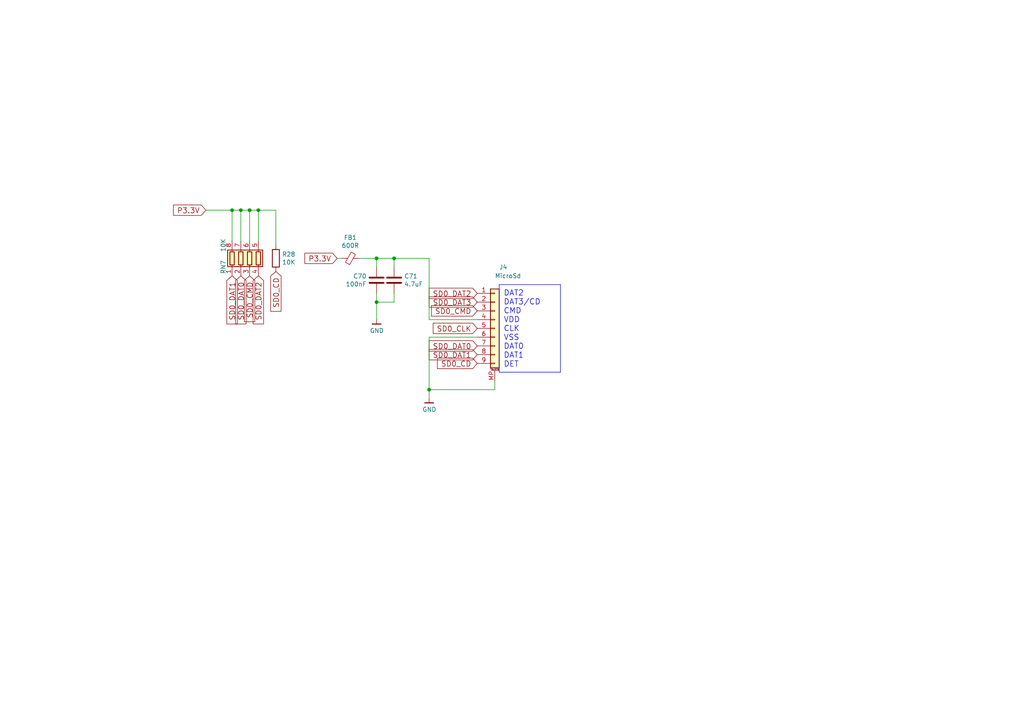
<source format=kicad_sch>
(kicad_sch (version 20231120) (generator "eeschema") (generator_version "8.0")
  (paper "A4")
  (title_block (date "2024-04-20"))
  (lib_symbols
    (symbol "Connector_Generic_MountingPin:Conn_01x09_MountingPin" (pin_names (offset 1.016) hide)
      (property "Reference" "J" (at 0 12.7 0))
      (property "Value" "Conn_01x09_MountingPin" (at 1.27 -12.7 0))
      (symbol "Conn_01x09_MountingPin_1_1"
        (rectangle (start -1.27 -10.033) (end 0 -10.287) (stroke (width 0.1524)))
        (rectangle (start -1.27 -7.493) (end 0 -7.747) (stroke (width 0.1524)))
        (rectangle (start -1.27 -4.953) (end 0 -5.207) (stroke (width 0.1524)))
        (rectangle (start -1.27 -2.413) (end 0 -2.667) (stroke (width 0.1524)))
        (rectangle (start -1.27 0.127) (end 0 -0.127) (stroke (width 0.1524)))
        (rectangle (start -1.27 2.667) (end 0 2.413) (stroke (width 0.1524)))
        (rectangle (start -1.27 5.207) (end 0 4.953) (stroke (width 0.1524)))
        (rectangle (start -1.27 7.747) (end 0 7.493) (stroke (width 0.1524)))
        (rectangle (start -1.27 10.287) (end 0 10.033) (stroke (width 0.1524)))
        (rectangle (start -1.27 11.43) (end 1.27 -11.43) (stroke (width 0.254)) (fill (type background)))
        (polyline (pts (xy -1.016 -12.192) (xy 1.016 -12.192)) (stroke (width 0.1524)))
        (text "Mounting" (at 0 -11.811 0) (effects (font (size 0.381 0.381))))
        (pin passive line (at -5.08 10.16 0) (length 3.81) (name "Pin_1") (number "1"))
        (pin passive line (at -5.08 7.62 0) (length 3.81) (name "Pin_2") (number "2"))
        (pin passive line (at -5.08 5.08 0) (length 3.81) (name "Pin_3") (number "3"))
        (pin passive line (at -5.08 2.54 0) (length 3.81) (name "Pin_4") (number "4"))
        (pin passive line (at -5.08 0 0) (length 3.81) (name "Pin_5") (number "5"))
        (pin passive line (at -5.08 -2.54 0) (length 3.81) (name "Pin_6") (number "6"))
        (pin passive line (at -5.08 -5.08 0) (length 3.81) (name "Pin_7") (number "7"))
        (pin passive line (at -5.08 -7.62 0) (length 3.81) (name "Pin_8") (number "8"))
        (pin passive line (at -5.08 -10.16 0) (length 3.81) (name "Pin_9") (number "9"))
        (pin passive line (at 0 -15.24 90) (length 3.048) (name "MountPin") (number "MP"))
      )
    )
    (symbol "Device:C" (pin_numbers hide) (pin_names (offset 0.254))
      (property "Reference" "C" (at 0.635 2.54 0))
      (property "Value" "C" (at 0.635 -2.54 0))
      (symbol "C_0_1"
        (polyline (pts (xy -2.032 -0.762) (xy 2.032 -0.762)) (stroke (width 0.508)))
        (polyline (pts (xy -2.032 0.762) (xy 2.032 0.762)) (stroke (width 0.508)))
      )
      (symbol "C_1_1"
        (pin passive line (at 0 3.81 270) (length 2.794) (name "~") (number "1"))
        (pin passive line (at 0 -3.81 90) (length 2.794) (name "~") (number "2"))
      )
    )
    (symbol "Device:R" (pin_numbers hide) (pin_names (offset 0))
      (property "Reference" "R" (at 2.032 0 90))
      (property "Value" "R" (at 0 0 90))
      (symbol "R_0_1"
        (rectangle (start -1.016 -2.54) (end 1.016 2.54) (stroke (width 0.254)))
      )
      (symbol "R_1_1"
        (pin passive line (at 0 3.81 270) (length 1.27) (name "~") (number "1"))
        (pin passive line (at 0 -3.81 90) (length 1.27) (name "~") (number "2"))
      )
    )
    (symbol "Device:R_Pack04" (pin_names (offset 0) hide)
      (property "Reference" "RN" (at -7.62 0 90))
      (property "Value" "R_Pack04" (at 5.08 0 90))
      (symbol "R_Pack04_0_1"
        (rectangle (start -6.35 -2.413) (end 3.81 2.413) (stroke (width 0.254)) (fill (type background)))
        (rectangle (start -5.715 1.905) (end -4.445 -1.905) (stroke (width 0.254)))
        (rectangle (start -3.175 1.905) (end -1.905 -1.905) (stroke (width 0.254)))
        (rectangle (start -0.635 1.905) (end 0.635 -1.905) (stroke (width 0.254)))
        (polyline (pts (xy -5.08 -2.54) (xy -5.08 -1.905)))
        (polyline (pts (xy -5.08 1.905) (xy -5.08 2.54)))
        (polyline (pts (xy -2.54 -2.54) (xy -2.54 -1.905)))
        (polyline (pts (xy -2.54 1.905) (xy -2.54 2.54)))
        (polyline (pts (xy 0 -2.54) (xy 0 -1.905)))
        (polyline (pts (xy 0 1.905) (xy 0 2.54)))
        (polyline (pts (xy 2.54 -2.54) (xy 2.54 -1.905)))
        (polyline (pts (xy 2.54 1.905) (xy 2.54 2.54)))
        (rectangle (start 1.905 1.905) (end 3.175 -1.905) (stroke (width 0.254)))
      )
      (symbol "R_Pack04_1_1"
        (pin passive line (at -5.08 -5.08 90) (length 2.54) (name "R1.1") (number "1"))
        (pin passive line (at -2.54 -5.08 90) (length 2.54) (name "R2.1") (number "2"))
        (pin passive line (at 0 -5.08 90) (length 2.54) (name "R3.1") (number "3"))
        (pin passive line (at 2.54 -5.08 90) (length 2.54) (name "R4.1") (number "4"))
        (pin passive line (at 2.54 5.08 270) (length 2.54) (name "R4.2") (number "5"))
        (pin passive line (at 0 5.08 270) (length 2.54) (name "R3.2") (number "6"))
        (pin passive line (at -2.54 5.08 270) (length 2.54) (name "R2.2") (number "7"))
        (pin passive line (at -5.08 5.08 270) (length 2.54) (name "R1.2") (number "8"))
      )
    )
    (symbol "OrangeCrab-rescue:Ferrite_Bead_Small-Device" (pin_numbers hide) (pin_names (offset 0))
      (property "Reference" "FB" (at 1.905 1.27 0))
      (property "Value" "Device_Ferrite_Bead_Small" (at 1.905 -1.27 0))
      (symbol "Ferrite_Bead_Small-Device_0_1"
        (polyline (pts (xy 0 -1.27) (xy 0 -0.7874)))
        (polyline (pts (xy 0 0.889) (xy 0 1.2954)))
        (polyline (pts (xy -1.8288 0.2794) (xy -1.1176 1.4986) (xy 1.8288 -0.2032) (xy 1.1176 -1.4224) (xy -1.8288 0.2794)))
      )
      (symbol "Ferrite_Bead_Small-Device_1_1"
        (pin passive line (at 0 2.54 270) (length 1.27) (name "~") (number "1"))
        (pin passive line (at 0 -2.54 90) (length 1.27) (name "~") (number "2"))
      )
    )
    (symbol "OrangeCrab-rescue:GND-gkl_power" (power) (pin_names (offset 0))
      (property "Value" "GND-gkl_power" (at 0 -2.54 0))
      (symbol "GND-gkl_power_0_1"
        (polyline (pts (xy 0 -1.27) (xy 0 0)))
        (polyline (pts (xy 1.27 -1.27) (xy -1.27 -1.27)) (stroke (width 0.3048)))
      )
      (symbol "GND-gkl_power_1_1"
        (pin power_in line (at 0 0 270) (length 0) hide (name "GND") (number "1"))
      )
    )
  )
  (junction (at 69.85 60.96))
  (junction (at 109.22 74.93))
  (junction (at 72.39 60.96))
  (junction (at 74.93 60.96))
  (junction (at 114.3 74.93))
  (junction (at 109.22 87.63))
  (junction (at 124.46 113.03))
  (junction (at 67.31 60.96))
  (wire (pts (xy 80.01 60.96) (xy 80.01 71.12)))
  (wire (pts (xy 109.22 85.09) (xy 109.22 87.63)))
  (wire (pts (xy 124.46 113.03) (xy 124.46 115.57)))
  (polyline (pts (xy 144.78 82.55) (xy 162.56 82.55)))
  (wire (pts (xy 124.46 74.93) (xy 124.46 92.71)))
  (polyline (pts (xy 144.78 82.55) (xy 144.78 107.95)))
  (wire (pts (xy 74.93 60.96) (xy 80.01 60.96)))
  (wire (pts (xy 67.31 60.96) (xy 67.31 69.85)))
  (polyline (pts (xy 162.56 82.55) (xy 162.56 107.95)))
  (polyline (pts (xy 144.78 107.95) (xy 162.56 107.95)))
  (wire (pts (xy 67.31 60.96) (xy 69.85 60.96)))
  (wire (pts (xy 143.51 113.03) (xy 124.46 113.03)))
  (wire (pts (xy 99.06 74.93) (xy 97.79 74.93)))
  (wire (pts (xy 69.85 60.96) (xy 69.85 69.85)))
  (wire (pts (xy 69.85 60.96) (xy 72.39 60.96)))
  (wire (pts (xy 143.51 110.49) (xy 143.51 113.03)))
  (wire (pts (xy 104.14 74.93) (xy 109.22 74.93)))
  (wire (pts (xy 109.22 87.63) (xy 109.22 92.71)))
  (wire (pts (xy 72.39 60.96) (xy 72.39 69.85)))
  (wire (pts (xy 59.69 60.96) (xy 67.31 60.96)))
  (wire (pts (xy 109.22 77.47) (xy 109.22 74.93)))
  (wire (pts (xy 124.46 97.79) (xy 124.46 113.03)))
  (wire (pts (xy 109.22 74.93) (xy 114.3 74.93)))
  (wire (pts (xy 72.39 60.96) (xy 74.93 60.96)))
  (wire (pts (xy 74.93 60.96) (xy 74.93 69.85)))
  (wire (pts (xy 114.3 85.09) (xy 114.3 87.63)))
  (wire (pts (xy 114.3 77.47) (xy 114.3 74.93)))
  (wire (pts (xy 114.3 74.93) (xy 124.46 74.93)))
  (wire (pts (xy 114.3 87.63) (xy 109.22 87.63)))
  (wire (pts (xy 138.43 92.71) (xy 124.46 92.71)))
  (wire (pts (xy 138.43 97.79) (xy 124.46 97.79)))
  (text "DAT2\nDAT3/CD\nCMD\nVDD\nCLK\nVSS\nDAT0\nDAT1\nDET" (at 146.05 106.68 0) (effects (font (size 1.6002 1.6002)) (justify left bottom)))
  (global_label "SD0_DAT3" (shape input) (at 138.43 87.63 180) (effects (font (size 1.524 1.524))) (property "Intersheetrefs" "${INTERSHEET_REFS}" (effects (hide yes))))
  (global_label "SD0_CLK" (shape input) (at 138.43 95.25 180) (effects (font (size 1.524 1.524))) (property "Intersheetrefs" "${INTERSHEET_REFS}" (effects (hide yes))))
  (global_label "SD0_DAT1" (shape input) (at 138.43 102.87 180) (effects (font (size 1.524 1.524))) (property "Intersheetrefs" "${INTERSHEET_REFS}" (effects (hide yes))))
  (global_label "SD0_DAT0" (shape input) (at 69.85 80.01 270) (effects (font (size 1.524 1.524))) (property "Intersheetrefs" "${INTERSHEET_REFS}" (effects (hide yes))))
  (global_label "SD0_CD" (shape input) (at 80.01 78.74 270) (effects (font (size 1.524 1.524))) (property "Intersheetrefs" "${INTERSHEET_REFS}" (effects (hide yes))))
  (global_label "SD0_CMD" (shape input) (at 72.39 80.01 270) (effects (font (size 1.524 1.524))) (property "Intersheetrefs" "${INTERSHEET_REFS}" (effects (hide yes))))
  (global_label "SD0_DAT0" (shape input) (at 138.43 100.33 180) (effects (font (size 1.524 1.524))) (property "Intersheetrefs" "${INTERSHEET_REFS}" (effects (hide yes))))
  (global_label "SD0_DAT2" (shape input) (at 74.93 80.01 270) (effects (font (size 1.524 1.524))) (property "Intersheetrefs" "${INTERSHEET_REFS}" (effects (hide yes))))
  (global_label "SD0_CD" (shape input) (at 138.43 105.41 180) (effects (font (size 1.524 1.524))) (property "Intersheetrefs" "${INTERSHEET_REFS}" (effects (hide yes))))
  (global_label "P3.3V" (shape input) (at 59.69 60.96 180) (effects (font (size 1.524 1.524))) (property "Intersheetrefs" "${INTERSHEET_REFS}" (effects (hide yes))))
  (global_label "SD0_CMD" (shape input) (at 138.43 90.17 180) (effects (font (size 1.524 1.524))) (property "Intersheetrefs" "${INTERSHEET_REFS}" (effects (hide yes))))
  (global_label "P3.3V" (shape input) (at 97.79 74.93 180) (effects (font (size 1.524 1.524))) (property "Intersheetrefs" "${INTERSHEET_REFS}" (effects (hide yes))))
  (global_label "SD0_DAT2" (shape input) (at 138.43 85.09 180) (effects (font (size 1.524 1.524))) (property "Intersheetrefs" "${INTERSHEET_REFS}" (effects (hide yes))))
  (global_label "SD0_DAT1" (shape input) (at 67.31 80.01 270) (effects (font (size 1.524 1.524))) (property "Intersheetrefs" "${INTERSHEET_REFS}" (effects (hide yes))))
  (symbol (lib_id "OrangeCrab-rescue:GND-gkl_power") (at 124.46 115.57 0) (unit 1)
    (property "Reference" "#PWR050" (effects (hide yes)))
    (property "Value" "GND" (at 124.5362 118.7704 0))
  )
  (symbol (lib_id "Device:R_Pack04") (at 72.39 74.93 0) (unit 1)
    (property "Reference" "RN7" (at 64.77 77.47 90))
    (property "Value" "10K" (at 64.77 71.12 90))
    (property "Footprint" "Resistor_SMD:R_Array_Convex_4x0402" (effects (hide yes)))
    (property "PN" "YC124-JR-0710KL" (effects (hide yes)))
    (property "Mfg" "YAGEO" (effects (hide yes)))
  )
  (symbol (lib_id "Device:R") (at 80.01 74.93 0) (unit 1)
    (property "Reference" "R28" (at 81.788 73.7616 0) (effects (justify left)))
    (property "Value" "10K" (at 81.788 76.073 0) (effects (justify left)))
    (property "Footprint" "Resistor_SMD:R_0201_0603Metric" (effects (hide yes)))
    (property "Mfg" "‎Yageo‎" (effects (hide yes)))
    (property "PN" "RC0201FR-0710KL" (effects (hide yes)))
  )
  (symbol (lib_id "Connector_Generic_MountingPin:Conn_01x09_MountingPin") (at 143.51 95.25 0) (unit 1)
    (property "Reference" "J4" (at 144.78 77.47 0) (effects (justify left)))
    (property "Value" "MicroSd" (at 143.51 80.01 0) (effects (justify left)))
    (property "Footprint" "Connector_Card:microSD_HC_Molex_104031-0811" (effects (hide yes)))
  )
  (symbol (lib_id "OrangeCrab-rescue:Ferrite_Bead_Small-Device") (at 101.6 74.93 270) (unit 1)
    (property "Reference" "FB1" (at 101.6 68.9102 90))
    (property "Value" "600R" (at 101.6 71.2216 90))
    (property "Footprint" "Inductor_SMD:L_0402_1005Metric" (effects (hide yes)))
    (property "Mfg" "Murata Electronics North America" (effects (hide yes)))
    (property "PN" "BLM15AG601SN1D" (effects (hide yes)))
  )
  (symbol (lib_id "Device:C") (at 114.3 81.28 0) (unit 1)
    (property "Reference" "C71" (at 117.221 80.1116 0) (effects (justify left)))
    (property "Value" "4.7uF" (at 117.221 82.423 0) (effects (justify left)))
    (property "Footprint" "Capacitor_SMD:C_0603_1608Metric" (effects (hide yes)))
    (property "Mfg" "Samsung Electro-Mechanics" (effects (hide yes)))
    (property "PN" "CL10A475KP8NNNC" (effects (hide yes)))
  )
  (symbol (lib_id "Device:C") (at 109.22 81.28 0) (mirror x) (unit 1)
    (property "Reference" "C70" (at 106.3244 80.1116 0) (effects (justify right)))
    (property "Value" "100nF" (at 106.3244 82.423 0) (effects (justify right)))
    (property "Footprint" "Capacitor_SMD:C_0201_0603Metric" (effects (hide yes)))
    (property "Mfg" "Samsung Electro-Mechanics" (effects (hide yes)))
    (property "PN" "CL03A104KQ3NNNC" (effects (hide yes)))
  )
  (symbol (lib_id "OrangeCrab-rescue:GND-gkl_power") (at 109.22 92.71 0) (unit 1)
    (property "Reference" "#PWR0159" (effects (hide yes)))
    (property "Value" "GND" (at 109.2962 95.9104 0))
  )
)
</source>
